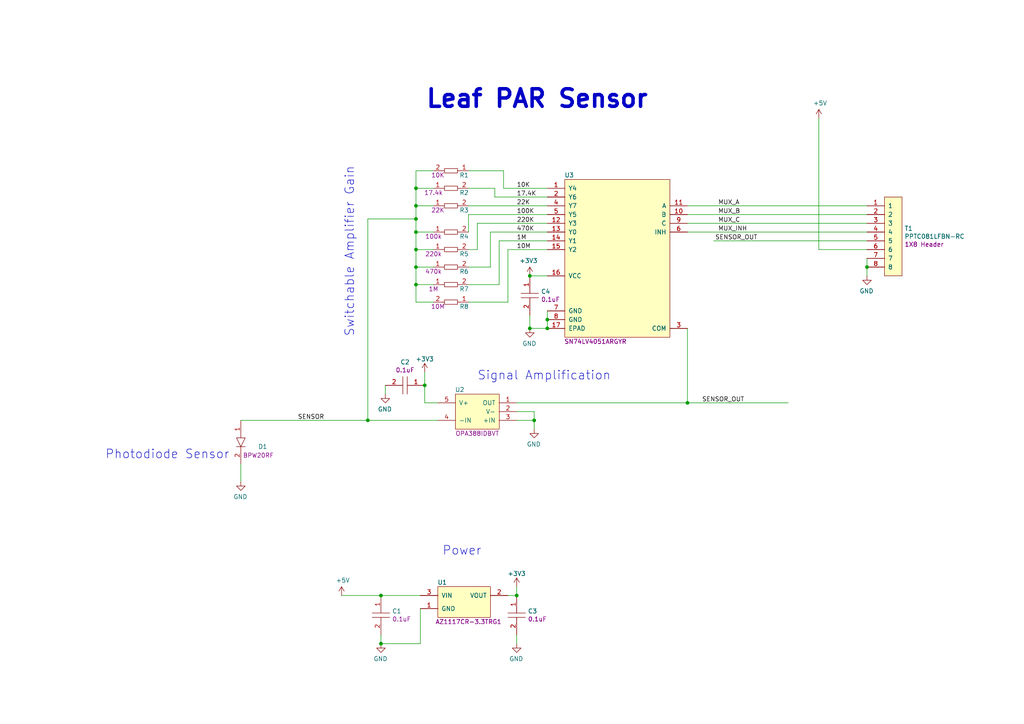
<source format=kicad_sch>
(kicad_sch (version 20231120) (generator "eeschema") (generator_version "8.0")
  (paper "A4")
  (lib_symbols
    (symbol "AVR-KiCAD-Lib-Capacitors:C0805C104M5RACTU" (pin_names (offset 1.016))
      (property "Reference" "C" (at -2.54 2.54 0))
      (property "_Value_" "0.1uF" (at 58.42 63.5 0))
      (symbol "C0805C104M5RACTU_1_1"
        (polyline (pts (xy 0 2.54) (xy 0 -2.54)))
        (polyline (pts (xy 1.27 2.54) (xy 1.27 -2.54)))
        (pin input line (at -5.08 0 0) (length 5.08) (name "~") (number "1"))
        (pin input line (at 6.35 0 180) (length 5.08) (name "~") (number "2"))
      )
    )
    (symbol "AVR-KiCAD-Lib-Capacitors:CGA3E2X7R1H104K080AA" (pin_names (offset 1.016))
      (property "Reference" "C" (at -2.54 2.54 0))
      (property "_Value_" "0.1uF" (at 58.42 63.5 0))
      (symbol "CGA3E2X7R1H104K080AA_1_1"
        (polyline (pts (xy 0 2.54) (xy 0 -2.54)))
        (polyline (pts (xy 1.27 2.54) (xy 1.27 -2.54)))
        (pin input line (at -5.08 0 0) (length 5.08) (name "~") (number "1"))
        (pin input line (at 6.35 0 180) (length 5.08) (name "~") (number "2"))
      )
    )
    (symbol "AVR-KiCAD-Lib-Capacitors:ECW-U1104JC9" (pin_names (offset 1.016))
      (property "Reference" "C" (at -2.54 2.54 0))
      (property "_Value_" "0.1uF" (at 58.42 63.5 0))
      (symbol "ECW-U1104JC9_1_1"
        (polyline (pts (xy 0 2.54) (xy 0 -2.54)))
        (polyline (pts (xy 1.27 2.54) (xy 1.27 -2.54)))
        (pin input line (at -5.08 0 0) (length 5.08) (name "~") (number "1"))
        (pin input line (at 6.35 0 180) (length 5.08) (name "~") (number "2"))
      )
    )
    (symbol "AVR-KiCAD-Lib-Connectors:PPTC081LFBN-RC" (pin_names (offset 1.016))
      (property "Reference" "J" (at -2.54 2.54 0))
      (property "Value" "PPTC081LFBN-RC" (at 8.89 -24.13 0))
      (property "_Value_" "1X8 Header" (at 5.08 -21.59 0))
      (symbol "PPTC081LFBN-RC_0_1"
        (rectangle (start 0 2.54) (end 5.08 -20.32) (fill (type background)))
      )
      (symbol "PPTC081LFBN-RC_1_1"
        (pin passive line (at -5.08 0 0) (length 5.08) (name "1") (number "1"))
        (pin passive line (at -5.08 -2.54 0) (length 5.08) (name "2") (number "2"))
        (pin passive line (at -5.08 -5.08 0) (length 5.08) (name "3") (number "3"))
        (pin passive line (at -5.08 -7.62 0) (length 5.08) (name "4") (number "4"))
        (pin passive line (at -5.08 -10.16 0) (length 5.08) (name "5") (number "5"))
        (pin passive line (at -5.08 -12.7 0) (length 5.08) (name "6") (number "6"))
        (pin passive line (at -5.08 -15.24 0) (length 5.08) (name "7") (number "7"))
        (pin passive line (at -5.08 -17.78 0) (length 5.08) (name "8") (number "8"))
      )
    )
    (symbol "AVR-KiCAD-Lib-Diodes:BPW20RF" (pin_names (offset 1.016))
      (property "Reference" "D" (at -2.54 2.54 0))
      (property "_Value_" "BPW20RF" (at 58.42 63.5 0))
      (symbol "BPW20RF_0_1"
        (polyline (pts (xy 1.27 -1.27) (xy 1.27 1.27)))
        (polyline (pts (xy -1.27 1.27) (xy -1.27 -1.27) (xy 1.27 0) (xy -1.27 1.27)))
      )
      (symbol "BPW20RF_1_1"
        (pin passive line (at -6.35 0 0) (length 5.08) (name "~") (number "1"))
        (pin passive line (at 6.35 0 180) (length 5.08) (name "~") (number "2"))
      )
    )
    (symbol "AVR-KiCAD-Lib-ICs:AZ1117CR-3.3TRG1" (pin_names (offset 1.016))
      (property "Reference" "U" (at 0 1.27 0))
      (property "_Value_" "AZ1117CR-3.3TRG1" (at 58.42 63.5 0))
      (symbol "AZ1117CR-3.3TRG1_1_1"
        (rectangle (start 0 0) (end 15.24 -8.89) (fill (type background)))
        (pin passive line (at -5.08 -6.35 0) (length 5.08) (name "GND") (number "1"))
        (pin power_out line (at 20.32 -2.54 180) (length 5.08) (name "VOUT") (number "2"))
        (pin power_in line (at -5.08 -2.54 0) (length 5.08) (name "VIN") (number "3"))
      )
    )
    (symbol "AVR-KiCAD-Lib-ICs:OPA388IDBVT" (pin_names (offset 1.016))
      (property "Reference" "U" (at 0 2.54 0))
      (property "_Value_" "OPA388IDBVT" (at 5.08 -12.7 0))
      (symbol "OPA388IDBVT_0_1"
        (rectangle (start 0 0) (end 12.7 -10.16) (fill (type background)))
      )
      (symbol "OPA388IDBVT_1_1"
        (pin output line (at -5.08 -2.54 0) (length 5.08) (name "OUT") (number "1"))
        (pin power_in line (at -5.08 -5.08 0) (length 5.08) (name "V-") (number "2"))
        (pin input line (at -5.08 -7.62 0) (length 5.08) (name "+IN") (number "3"))
        (pin input line (at 17.78 -7.62 180) (length 5.08) (name "-IN") (number "4"))
        (pin power_in line (at 17.78 -2.54 180) (length 5.08) (name "V+") (number "5"))
      )
    )
    (symbol "AVR-KiCAD-Lib-ICs:SN74LV4051ARGYR" (pin_names (offset 1.016))
      (property "Reference" "U" (at 0 0 0))
      (property "_Value_" "SN74LV4051ARGYR" (at 7.62 -48.26 0))
      (symbol "SN74LV4051ARGYR_0_1"
        (rectangle (start 0 0) (end 30.48 -45.72) (fill (type background)))
      )
      (symbol "SN74LV4051ARGYR_1_1"
        (pin bidirectional line (at 35.56 -2.54 180) (length 5.08) (name "Y4") (number "1"))
        (pin passive line (at -5.08 -10.16 0) (length 5.08) (name "B") (number "10"))
        (pin passive line (at -5.08 -7.62 0) (length 5.08) (name "A") (number "11"))
        (pin bidirectional line (at 35.56 -12.7 180) (length 5.08) (name "Y3") (number "12"))
        (pin bidirectional line (at 35.56 -15.24 180) (length 5.08) (name "Y0") (number "13"))
        (pin bidirectional line (at 35.56 -17.78 180) (length 5.08) (name "Y1") (number "14"))
        (pin bidirectional line (at 35.56 -20.32 180) (length 5.08) (name "Y2") (number "15"))
        (pin power_in line (at 35.56 -27.94 180) (length 5.08) (name "VCC") (number "16"))
        (pin passive line (at 35.56 -43.18 180) (length 5.08) (name "EPAD") (number "17"))
        (pin bidirectional line (at 35.56 -5.08 180) (length 5.08) (name "Y6") (number "2"))
        (pin input line (at -5.08 -43.18 0) (length 5.08) (name "COM") (number "3"))
        (pin bidirectional line (at 35.56 -7.62 180) (length 5.08) (name "Y7") (number "4"))
        (pin bidirectional line (at 35.56 -10.16 180) (length 5.08) (name "Y5") (number "5"))
        (pin input line (at -5.08 -15.24 0) (length 5.08) (name "INH") (number "6"))
        (pin passive line (at 35.56 -38.1 180) (length 5.08) (name "GND") (number "7"))
        (pin passive line (at 35.56 -40.64 180) (length 5.08) (name "GND") (number "8"))
        (pin passive line (at -5.08 -12.7 0) (length 5.08) (name "C") (number "9"))
      )
    )
    (symbol "AVR-KiCAD-Lib-Resistors:AC0402FR-07220KL" (pin_names (offset 1.016))
      (property "Reference" "R" (at -2.54 2.54 0))
      (property "Value" "AC0402FR-07220KL" (at 1.27 5.08 0))
      (property "_Value_" "220k" (at 58.42 63.5 0))
      (symbol "AC0402FR-07220KL_0_1"
        (rectangle (start -1.905 0.635) (end 1.905 -0.635))
        (polyline (pts (xy -2.54 0) (xy -1.905 0)))
        (polyline (pts (xy -1.905 0) (xy -1.905 0)))
        (polyline (pts (xy 1.905 0) (xy 1.905 0)))
        (polyline (pts (xy 2.54 0) (xy 1.905 0)))
      )
      (symbol "AC0402FR-07220KL_1_1"
        (pin passive line (at -5.08 0 0) (length 2.5146) (name "~") (number "1"))
        (pin passive line (at 5.08 0 180) (length 2.5146) (name "~") (number "2"))
      )
    )
    (symbol "AVR-KiCAD-Lib-Resistors:AC0402FR-07470KL" (pin_names (offset 1.016))
      (property "Reference" "R" (at -2.54 2.54 0))
      (property "Value" "AC0402FR-07470KL" (at 1.27 5.08 0))
      (property "_Value_" "470k" (at 58.42 63.5 0))
      (symbol "AC0402FR-07470KL_0_1"
        (rectangle (start -1.905 0.635) (end 1.905 -0.635))
        (polyline (pts (xy -2.54 0) (xy -1.905 0)))
        (polyline (pts (xy -1.905 0) (xy -1.905 0)))
        (polyline (pts (xy 1.905 0) (xy 1.905 0)))
        (polyline (pts (xy 2.54 0) (xy 1.905 0)))
      )
      (symbol "AC0402FR-07470KL_1_1"
        (pin passive line (at -5.08 0 0) (length 2.5146) (name "~") (number "1"))
        (pin passive line (at 5.08 0 180) (length 2.5146) (name "~") (number "2"))
      )
    )
    (symbol "AVR-KiCAD-Lib-Resistors:RC0402FR-07100KL" (pin_names (offset 1.016))
      (property "Reference" "R" (at -2.54 2.54 0))
      (property "Value" "RC0402FR-07100KL" (at 1.27 5.08 0))
      (property "_Value_" "100k" (at 58.42 63.5 0))
      (symbol "RC0402FR-07100KL_0_1"
        (rectangle (start -1.905 0.635) (end 1.905 -0.635))
        (polyline (pts (xy -2.54 0) (xy -1.905 0)))
        (polyline (pts (xy -1.905 0) (xy -1.905 0)))
        (polyline (pts (xy 1.905 0) (xy 1.905 0)))
        (polyline (pts (xy 2.54 0) (xy 1.905 0)))
      )
      (symbol "RC0402FR-07100KL_1_1"
        (pin passive line (at -5.08 0 0) (length 2.5146) (name "~") (number "1"))
        (pin passive line (at 5.08 0 180) (length 2.5146) (name "~") (number "2"))
      )
    )
    (symbol "AVR-KiCAD-Lib-Resistors:RC0402FR-0710KL" (pin_names (offset 1.016))
      (property "Reference" "R" (at -2.54 2.54 0))
      (property "Value" "RC0402FR-0710KL" (at 1.27 5.08 0))
      (property "_Value_" "10K" (at 58.42 63.5 0))
      (symbol "RC0402FR-0710KL_0_1"
        (rectangle (start -1.905 0.635) (end 1.905 -0.635))
        (polyline (pts (xy -2.54 0) (xy -1.905 0)))
        (polyline (pts (xy -1.905 0) (xy -1.905 0)))
        (polyline (pts (xy 1.905 0) (xy 1.905 0)))
        (polyline (pts (xy 2.54 0) (xy 1.905 0)))
      )
      (symbol "RC0402FR-0710KL_1_1"
        (pin passive line (at -5.08 0 0) (length 2.5146) (name "~") (number "1"))
        (pin passive line (at 5.08 0 180) (length 2.5146) (name "~") (number "2"))
      )
    )
    (symbol "AVR-KiCAD-Lib-Resistors:RC0402FR-0710ML" (pin_names (offset 1.016))
      (property "Reference" "R" (at -2.54 2.54 0))
      (property "Value" "RC0402FR-0710ML" (at 1.27 5.08 0))
      (property "_Value_" "10M" (at 58.42 63.5 0))
      (symbol "RC0402FR-0710ML_0_1"
        (rectangle (start -1.905 0.635) (end 1.905 -0.635))
        (polyline (pts (xy -2.54 0) (xy -1.905 0)))
        (polyline (pts (xy -1.905 0) (xy -1.905 0)))
        (polyline (pts (xy 1.905 0) (xy 1.905 0)))
        (polyline (pts (xy 2.54 0) (xy 1.905 0)))
      )
      (symbol "RC0402FR-0710ML_1_1"
        (pin passive line (at -5.08 0 0) (length 2.5146) (name "~") (number "1"))
        (pin passive line (at 5.08 0 180) (length 2.5146) (name "~") (number "2"))
      )
    )
    (symbol "AVR-KiCAD-Lib-Resistors:RC0402FR-0717K4L" (pin_names (offset 1.016))
      (property "Reference" "R" (at -2.54 2.54 0))
      (property "Value" "RC0402FR-0717K4L" (at 1.27 5.08 0))
      (property "_Value_" "17.4k" (at 58.42 63.5 0))
      (symbol "RC0402FR-0717K4L_0_1"
        (rectangle (start -1.905 0.635) (end 1.905 -0.635))
        (polyline (pts (xy -2.54 0) (xy -1.905 0)))
        (polyline (pts (xy -1.905 0) (xy -1.905 0)))
        (polyline (pts (xy 1.905 0) (xy 1.905 0)))
        (polyline (pts (xy 2.54 0) (xy 1.905 0)))
      )
      (symbol "RC0402FR-0717K4L_1_1"
        (pin passive line (at -5.08 0 0) (length 2.5146) (name "~") (number "1"))
        (pin passive line (at 5.08 0 180) (length 2.5146) (name "~") (number "2"))
      )
    )
    (symbol "AVR-KiCAD-Lib-Resistors:RC0402FR-071ML" (pin_names (offset 1.016))
      (property "Reference" "R" (at -2.54 2.54 0))
      (property "Value" "RC0402FR-071ML" (at 1.27 5.08 0))
      (property "_Value_" "1M" (at 58.42 63.5 0))
      (symbol "RC0402FR-071ML_0_1"
        (rectangle (start -1.905 0.635) (end 1.905 -0.635))
        (polyline (pts (xy -2.54 0) (xy -1.905 0)))
        (polyline (pts (xy -1.905 0) (xy -1.905 0)))
        (polyline (pts (xy 1.905 0) (xy 1.905 0)))
        (polyline (pts (xy 2.54 0) (xy 1.905 0)))
      )
      (symbol "RC0402FR-071ML_1_1"
        (pin passive line (at -5.08 0 0) (length 2.5146) (name "~") (number "1"))
        (pin passive line (at 5.08 0 180) (length 2.5146) (name "~") (number "2"))
      )
    )
    (symbol "AVR-KiCAD-Lib-Resistors:RT0402FRE0722KL" (pin_names (offset 1.016))
      (property "Reference" "R" (at -2.54 2.54 0))
      (property "Value" "RT0402FRE0722KL" (at 1.27 5.08 0))
      (property "_Value_" "22K" (at 58.42 63.5 0))
      (symbol "RT0402FRE0722KL_0_1"
        (rectangle (start -1.905 0.635) (end 1.905 -0.635))
        (polyline (pts (xy -2.54 0) (xy -1.905 0)))
        (polyline (pts (xy -1.905 0) (xy -1.905 0)))
        (polyline (pts (xy 1.905 0) (xy 1.905 0)))
        (polyline (pts (xy 2.54 0) (xy 1.905 0)))
      )
      (symbol "RT0402FRE0722KL_1_1"
        (pin passive line (at -5.08 0 0) (length 2.5146) (name "~") (number "1"))
        (pin passive line (at 5.08 0 180) (length 2.5146) (name "~") (number "2"))
      )
    )
    (symbol "Leaf-PAR-rescue:+3V3-power" (power) (pin_names (offset 0))
      (property "Value" "power_+3V3" (at 0 3.556 0))
      (symbol "+3V3-power_0_1"
        (polyline (pts (xy -0.762 1.27) (xy 0 2.54)))
        (polyline (pts (xy 0 0) (xy 0 2.54)))
        (polyline (pts (xy 0 2.54) (xy 0.762 1.27)))
      )
      (symbol "+3V3-power_1_1"
        (pin power_in line (at 0 0 90) (length 0) hide (name "+3V3") (number "1"))
      )
    )
    (symbol "Leaf-PAR-rescue:+5V-power" (power) (pin_names (offset 0))
      (property "Value" "power_+5V" (at 0 3.556 0))
      (symbol "+5V-power_0_1"
        (polyline (pts (xy -0.762 1.27) (xy 0 2.54)))
        (polyline (pts (xy 0 0) (xy 0 2.54)))
        (polyline (pts (xy 0 2.54) (xy 0.762 1.27)))
      )
      (symbol "+5V-power_1_1"
        (pin power_in line (at 0 0 90) (length 0) hide (name "+5V") (number "1"))
      )
    )
    (symbol "Leaf-PAR-rescue:GND-power" (power) (pin_names (offset 0))
      (property "Value" "power_GND" (at 0 -3.81 0))
      (symbol "GND-power_0_1"
        (polyline (pts (xy 0 0) (xy 0 -1.27) (xy 1.27 -1.27) (xy 0 -2.54) (xy -1.27 -1.27) (xy 0 -1.27)))
      )
      (symbol "GND-power_1_1"
        (pin power_in line (at 0 0 270) (length 0) hide (name "GND") (number "1"))
      )
    )
  )
  (junction (at 153.67 80.01))
  (junction (at 110.49 186.69))
  (junction (at 120.65 63.5))
  (junction (at 153.67 95.25))
  (junction (at 154.94 121.92))
  (junction (at 149.86 172.72))
  (junction (at 120.65 72.39))
  (junction (at 123.19 111.76))
  (junction (at 120.65 67.31))
  (junction (at 106.68 121.92))
  (junction (at 199.39 116.84))
  (junction (at 251.46 77.47))
  (junction (at 120.65 82.55))
  (junction (at 120.65 54.61))
  (junction (at 158.75 95.25))
  (junction (at 120.65 77.47))
  (junction (at 158.75 92.71))
  (junction (at 110.49 172.72))
  (junction (at 120.65 59.69))
  (wire (pts (xy 251.46 72.39) (xy 237.49 72.39)))
  (wire (pts (xy 251.46 77.47) (xy 251.46 80.01)))
  (wire (pts (xy 121.92 172.72) (xy 110.49 172.72)))
  (wire (pts (xy 121.92 176.53) (xy 121.92 186.69)))
  (wire (pts (xy 135.89 77.47) (xy 142.24 77.47)))
  (wire (pts (xy 120.65 63.5) (xy 120.65 67.31)))
  (wire (pts (xy 199.39 67.31) (xy 251.46 67.31)))
  (wire (pts (xy 111.76 111.76) (xy 111.76 114.3)))
  (wire (pts (xy 158.75 64.77) (xy 138.43 64.77)))
  (wire (pts (xy 125.73 54.61) (xy 120.65 54.61)))
  (wire (pts (xy 106.68 121.92) (xy 106.68 63.5)))
  (wire (pts (xy 135.89 59.69) (xy 158.75 59.69)))
  (wire (pts (xy 120.65 59.69) (xy 120.65 54.61)))
  (wire (pts (xy 146.05 49.53) (xy 146.05 54.61)))
  (wire (pts (xy 144.78 69.85) (xy 158.75 69.85)))
  (wire (pts (xy 135.89 49.53) (xy 146.05 49.53)))
  (wire (pts (xy 251.46 69.85) (xy 207.01 69.85)))
  (wire (pts (xy 143.51 57.15) (xy 143.51 54.61)))
  (wire (pts (xy 199.39 59.69) (xy 251.46 59.69)))
  (wire (pts (xy 120.65 54.61) (xy 120.65 49.53)))
  (wire (pts (xy 135.89 87.63) (xy 147.32 87.63)))
  (wire (pts (xy 149.86 116.84) (xy 199.39 116.84)))
  (wire (pts (xy 153.67 80.01) (xy 158.75 80.01)))
  (wire (pts (xy 110.49 184.15) (xy 110.49 186.69)))
  (wire (pts (xy 120.65 77.47) (xy 120.65 82.55)))
  (wire (pts (xy 127 116.84) (xy 123.19 116.84)))
  (wire (pts (xy 138.43 64.77) (xy 138.43 72.39)))
  (wire (pts (xy 199.39 95.25) (xy 199.39 116.84)))
  (wire (pts (xy 121.92 186.69) (xy 110.49 186.69)))
  (wire (pts (xy 149.86 184.15) (xy 149.86 186.69)))
  (wire (pts (xy 120.65 87.63) (xy 125.73 87.63)))
  (wire (pts (xy 153.67 91.44) (xy 153.67 95.25)))
  (wire (pts (xy 69.85 134.62) (xy 69.85 139.7)))
  (wire (pts (xy 106.68 63.5) (xy 120.65 63.5)))
  (wire (pts (xy 199.39 64.77) (xy 251.46 64.77)))
  (wire (pts (xy 120.65 67.31) (xy 120.65 72.39)))
  (wire (pts (xy 199.39 62.23) (xy 251.46 62.23)))
  (wire (pts (xy 158.75 62.23) (xy 135.89 62.23)))
  (wire (pts (xy 158.75 90.17) (xy 158.75 92.71)))
  (wire (pts (xy 237.49 34.29) (xy 237.49 72.39)))
  (wire (pts (xy 135.89 82.55) (xy 144.78 82.55)))
  (wire (pts (xy 135.89 62.23) (xy 135.89 67.31)))
  (wire (pts (xy 147.32 87.63) (xy 147.32 72.39)))
  (wire (pts (xy 149.86 121.92) (xy 154.94 121.92)))
  (wire (pts (xy 125.73 67.31) (xy 120.65 67.31)))
  (wire (pts (xy 199.39 116.84) (xy 228.6 116.84)))
  (wire (pts (xy 142.24 67.31) (xy 158.75 67.31)))
  (wire (pts (xy 125.73 72.39) (xy 120.65 72.39)))
  (wire (pts (xy 251.46 74.93) (xy 251.46 77.47)))
  (wire (pts (xy 106.68 121.92) (xy 69.85 121.92)))
  (wire (pts (xy 142.24 77.47) (xy 142.24 67.31)))
  (wire (pts (xy 123.19 111.76) (xy 123.19 107.95)))
  (wire (pts (xy 123.19 116.84) (xy 123.19 111.76)))
  (wire (pts (xy 120.65 63.5) (xy 120.65 59.69)))
  (wire (pts (xy 153.67 95.25) (xy 158.75 95.25)))
  (wire (pts (xy 158.75 92.71) (xy 158.75 95.25)))
  (wire (pts (xy 127 121.92) (xy 106.68 121.92)))
  (wire (pts (xy 154.94 121.92) (xy 154.94 124.46)))
  (wire (pts (xy 125.73 77.47) (xy 120.65 77.47)))
  (wire (pts (xy 125.73 49.53) (xy 120.65 49.53)))
  (wire (pts (xy 147.32 172.72) (xy 149.86 172.72)))
  (wire (pts (xy 120.65 72.39) (xy 120.65 77.47)))
  (wire (pts (xy 146.05 54.61) (xy 158.75 54.61)))
  (wire (pts (xy 149.86 170.18) (xy 149.86 172.72)))
  (wire (pts (xy 125.73 82.55) (xy 120.65 82.55)))
  (wire (pts (xy 144.78 82.55) (xy 144.78 69.85)))
  (wire (pts (xy 110.49 172.72) (xy 99.06 172.72)))
  (wire (pts (xy 147.32 72.39) (xy 158.75 72.39)))
  (wire (pts (xy 120.65 82.55) (xy 120.65 87.63)))
  (wire (pts (xy 149.86 119.38) (xy 154.94 119.38)))
  (wire (pts (xy 125.73 59.69) (xy 120.65 59.69)))
  (wire (pts (xy 138.43 72.39) (xy 135.89 72.39)))
  (wire (pts (xy 154.94 119.38) (xy 154.94 121.92)))
  (wire (pts (xy 143.51 54.61) (xy 135.89 54.61)))
  (wire (pts (xy 158.75 57.15) (xy 143.51 57.15)))
  (text "Leaf PAR Sensor" (at 123.19 31.75 0) (effects (font (size 5.08 5.08) (thickness 1.016) (bold yes)) (justify left bottom)))
  (text "Signal Amplification" (at 138.43 110.49 0) (effects (font (size 2.54 2.54)) (justify left bottom)))
  (text "Power" (at 128.27 161.29 0) (effects (font (size 2.54 2.54)) (justify left bottom)))
  (text "Switchable Amplifier Gain" (at 102.87 97.79 90) (effects (font (size 2.54 2.54)) (justify left bottom)))
  (text "Photodiode Sensor" (at 30.48 133.35 0) (effects (font (size 2.54 2.54)) (justify left bottom)))
  (label "22K" (at 149.86 59.69 0))
  (label "MUX_C" (at 208.28 64.77 0))
  (label "SENSOR_OUT" (at 215.9 116.84 180))
  (label "MUX_A" (at 208.28 59.69 0))
  (label "470K" (at 149.86 67.31 0))
  (label "SENSOR" (at 86.36 121.92 0))
  (label "10K" (at 149.86 54.61 0))
  (label "100K" (at 149.86 62.23 0))
  (label "MUX_INH" (at 208.28 67.31 0))
  (label "MUX_B" (at 208.28 62.23 0))
  (label "220K" (at 149.86 64.77 0))
  (label "1M" (at 149.86 69.85 0))
  (label "17.4K" (at 149.86 57.15 0))
  (label "10M" (at 149.86 72.39 0))
  (label "SENSOR_OUT" (at 219.71 69.85 180))
  (symbol (lib_id "Leaf-PAR-rescue:+3V3-power") (at 123.19 107.95 0) (mirror y) (unit 1)
    (property "Reference" "#PWR0101" (effects (hide yes)))
    (property "Value" "+3V3" (at 123.19 104.14 0))
  )
  (symbol (lib_id "Leaf-PAR-rescue:GND-power") (at 154.94 124.46 0) (mirror y) (unit 1)
    (property "Reference" "#PWR0102" (effects (hide yes)))
    (property "Value" "GND" (at 154.813 128.8542 0))
  )
  (symbol (lib_id "AVR-KiCAD-Lib-Capacitors:ECW-U1104JC9") (at 118.11 111.76 0) (mirror y) (unit 1)
    (property "Reference" "C2" (at 117.475 105.029 0))
    (property "Value" "ECW-U1104JC9" (effects (hide yes)))
    (property "Footprint" "AVR-KiCAD-Lib-Capacitors:ECW-U1104JC9" (effects (hide yes)))
    (property "Datasheet" "http://industrial.panasonic.com/www-cgi/jvcr13pz.cgi?E+PZ+3+ABD0001+ECWU1104JC9+7+WW" (effects (hide yes)))
    (property "Cost QTY: 1" "1.35000" (effects (hide yes)))
    (property "Cost QTY: 1000" "0.53406" (effects (hide yes)))
    (property "Cost QTY: 2500" "*" (effects (hide yes)))
    (property "Cost QTY: 5000" "*" (effects (hide yes)))
    (property "Cost QTY: 10000" "*" (effects (hide yes)))
    (property "MFR" "Panasonic Electronic Components" (effects (hide yes)))
    (property "MFR#" "ECW-U1104JC9" (effects (hide yes)))
    (property "Vendor" "Digikey" (effects (hide yes)))
    (property "Vendor #" "PCF1220CT-ND" (effects (hide yes)))
    (property "Designer" "AVR" (effects (hide yes)))
    (property "Height" "2mm" (effects (hide yes)))
    (property "Date Created" "4/25/2019" (effects (hide yes)))
    (property "Date Modified" "4/25/2019" (effects (hide yes)))
    (property "Lead-Free ?" "Yes" (effects (hide yes)))
    (property "RoHS Levels" "1" (effects (hide yes)))
    (property "Mounting" "SMT" (effects (hide yes)))
    (property "Pin Count #" "2" (effects (hide yes)))
    (property "Status" "Active" (effects (hide yes)))
    (property "Tolerance" "5%" (effects (hide yes)))
    (property "Type" "SMT Film Cap" (effects (hide yes)))
    (property "Voltage" "100V" (effects (hide yes)))
    (property "Package" "2416" (effects (hide yes)))
    (property "Description" "CAP FILM 0.1UF 5% 100VDC 2416" (effects (hide yes)))
    (property "_Value_" "0.1uF" (at 117.475 107.3404 0))
    (property "Management_ID" "*" (effects (hide yes)))
  )
  (symbol (lib_id "AVR-KiCAD-Lib-Connectors:PPTC081LFBN-RC") (at 256.54 59.69 0) (unit 1)
    (property "Reference" "T1" (at 262.3312 66.2686 0) (effects (justify left)))
    (property "Value" "PPTC081LFBN-RC" (at 262.3312 68.58 0) (effects (justify left)))
    (property "Footprint" "AVR-KiCAD-Lib-Connectors:Female_Header_Straight_1x08_Pitch2.54mm" (effects (hide yes)))
    (property "Datasheet" "https://media.digikey.com/pdf/Data%20Sheets/Sullins%20PDFs/Female_Headers.100_DS.pdf" (effects (hide yes)))
    (property "Cost QTY: 1" "0.65000" (effects (hide yes)))
    (property "Cost QTY: 1000" "0.33413" (effects (hide yes)))
    (property "Cost QTY: 2500" "*" (effects (hide yes)))
    (property "Cost QTY: 5000" "0.29363" (effects (hide yes)))
    (property "Cost QTY: 10000" "0.29250" (effects (hide yes)))
    (property "MFR" "Sullins Connector Solutions" (effects (hide yes)))
    (property "MFR#" "PPTC081LFBN-RC" (effects (hide yes)))
    (property "Vendor" "Digikey" (effects (hide yes)))
    (property "Vendor #" "S7006-ND" (effects (hide yes)))
    (property "Designer" "AVR" (effects (hide yes)))
    (property "Height" "8.5mm" (effects (hide yes)))
    (property "Date Created" "5/14/2020" (effects (hide yes)))
    (property "Date Modified" "5/14/2020" (effects (hide yes)))
    (property "Lead-Free ?" "Yes" (effects (hide yes)))
    (property "RoHS Levels" "1" (effects (hide yes)))
    (property "Mounting" "ThroughHole" (effects (hide yes)))
    (property "Pin Count #" "8" (effects (hide yes)))
    (property "Status" "Active" (effects (hide yes)))
    (property "Tolerance" "*" (effects (hide yes)))
    (property "Type" "2.54mm Header Female" (effects (hide yes)))
    (property "Voltage" "250V" (effects (hide yes)))
    (property "Package" "*" (effects (hide yes)))
    (property "Description" "8 Position Header Connector  Through Hole" (effects (hide yes)))
    (property "_Value_" "1X8 Header" (at 262.3312 70.8914 0) (effects (justify left)))
    (property "Management_ID" "*" (effects (hide yes)))
  )
  (symbol (lib_id "Leaf-PAR-rescue:GND-power") (at 111.76 114.3 0) (mirror y) (unit 1)
    (property "Reference" "#PWR0104" (effects (hide yes)))
    (property "Value" "GND" (at 111.633 118.6942 0))
  )
  (symbol (lib_id "Leaf-PAR-rescue:+5V-power") (at 237.49 34.29 0) (unit 1)
    (property "Reference" "#PWR0111" (effects (hide yes)))
    (property "Value" "+5V" (at 237.871 29.8958 0))
  )
  (symbol (lib_id "Leaf-PAR-rescue:GND-power") (at 251.46 80.01 0) (mirror y) (unit 1)
    (property "Reference" "#PWR0112" (effects (hide yes)))
    (property "Value" "GND" (at 251.333 84.4042 0))
  )
  (symbol (lib_id "AVR-KiCAD-Lib-Resistors:RC0402FR-0710KL") (at 130.81 49.53 0) (mirror y) (unit 1)
    (property "Reference" "R1" (at 134.62 50.8 0))
    (property "Value" "RC0402FR-0710KL" (effects (hide yes)))
    (property "Footprint" "AVR-KiCAD-Lib-Resistors:R0402" (effects (hide yes)))
    (property "Datasheet" "https://www.yageo.com/upload/media/product/productsearch/datasheet/rchip/PYu-RC_Group_51_RoHS_L_10.pdf" (effects (hide yes)))
    (property "Cost QTY: 1" "0.10000" (effects (hide yes)))
    (property "Cost QTY: 1000" "0.00289" (effects (hide yes)))
    (property "Cost QTY: 2500" "0.00251" (effects (hide yes)))
    (property "Cost QTY: 5000" "0.00207" (effects (hide yes)))
    (property "Cost QTY: 10000" "*" (effects (hide yes)))
    (property "MFR" "Yageo" (effects (hide yes)))
    (property "MFR#" "RC0402FR-0710KL" (effects (hide yes)))
    (property "Vendor" "Digikey" (effects (hide yes)))
    (property "Vendor #" "311-10.0KLRCT-ND" (effects (hide yes)))
    (property "Designer" "AVR" (effects (hide yes)))
    (property "Height" "0.4mm" (effects (hide yes)))
    (property "Date Created" "12/11/2019" (effects (hide yes)))
    (property "Date Modified" "12/11/2019" (effects (hide yes)))
    (property "Lead-Free ?" "Yes" (effects (hide yes)))
    (property "RoHS Levels" "1" (effects (hide yes)))
    (property "Mounting" "SMT" (effects (hide yes)))
    (property "Pin Count #" "2" (effects (hide yes)))
    (property "Status" "Active" (effects (hide yes)))
    (property "Tolerance" "1%" (effects (hide yes)))
    (property "Type" "Thick FIlm Resistor" (effects (hide yes)))
    (property "Voltage" "*" (effects (hide yes)))
    (property "Package" "0402" (effects (hide yes)))
    (property "_Value_" "10K" (at 127 50.8 0))
    (property "Management_ID" "*" (effects (hide yes)))
    (property "Description" "10 kOhms ±1% 0.063W, 1/16W Chip Resistor 0402 (1005 Metric) Moisture Resistant Thick Film" (effects (hide yes)))
  )
  (symbol (lib_id "AVR-KiCAD-Lib-Capacitors:C0805C104M5RACTU") (at 149.86 177.8 270) (unit 1)
    (property "Reference" "C3" (at 153.1112 177.2666 90) (effects (justify left)))
    (property "Value" "C0805C104M5RACTU" (effects (hide yes)))
    (property "Footprint" "AVR-KiCAD-Lib-Capacitors:C0805" (effects (hide yes)))
    (property "Datasheet" "https://content.kemet.com/datasheets/KEM_C1002_X7R_SMD.pdf" (effects (hide yes)))
    (property "Cost QTY: 1" "0.10000" (effects (hide yes)))
    (property "Cost QTY: 1000" "0.01845" (effects (hide yes)))
    (property "Cost QTY: 2500" "*" (effects (hide yes)))
    (property "Cost QTY: 5000" "0.01341" (effects (hide yes)))
    (property "Cost QTY: 10000" "0.01224" (effects (hide yes)))
    (property "MFR" "KEMET" (effects (hide yes)))
    (property "MFR#" "C0805C104M5RACTU" (effects (hide yes)))
    (property "Vendor" "Digikey" (effects (hide yes)))
    (property "Vendor #" "399-1169-1-ND" (effects (hide yes)))
    (property "Designer" "AVR" (effects (hide yes)))
    (property "Height" "0.88mm" (effects (hide yes)))
    (property "Date Created" "4/7/2020" (effects (hide yes)))
    (property "Date Modified" "4/7/2020" (effects (hide yes)))
    (property "Lead-Free ?" "Yes" (effects (hide yes)))
    (property "RoHS Levels" "1" (effects (hide yes)))
    (property "Mounting" "SMT" (effects (hide yes)))
    (property "Pin Count #" "2" (effects (hide yes)))
    (property "Status" "Active" (effects (hide yes)))
    (property "Tolerance" "20%" (effects (hide yes)))
    (property "Type" "Ceramic Cap" (effects (hide yes)))
    (property "Voltage" "50V" (effects (hide yes)))
    (property "Package" "0805" (effects (hide yes)))
    (property "Description" "0.1µF ±20% 50V Ceramic Capacitor X7R 0805 (2012 Metric)" (effects (hide yes)))
    (property "_Value_" "0.1uF" (at 153.1112 179.578 90) (effects (justify left)))
    (property "Management_ID" "*" (effects (hide yes)))
  )
  (symbol (lib_id "AVR-KiCAD-Lib-Capacitors:C0805C104M5RACTU") (at 153.67 85.09 270) (unit 1)
    (property "Reference" "C4" (at 156.9212 84.5566 90) (effects (justify left)))
    (property "Value" "C0805C104M5RACTU" (effects (hide yes)))
    (property "Footprint" "AVR-KiCAD-Lib-Capacitors:C0805" (effects (hide yes)))
    (property "Datasheet" "https://content.kemet.com/datasheets/KEM_C1002_X7R_SMD.pdf" (effects (hide yes)))
    (property "Cost QTY: 1" "0.10000" (effects (hide yes)))
    (property "Cost QTY: 1000" "0.01845" (effects (hide yes)))
    (property "Cost QTY: 2500" "*" (effects (hide yes)))
    (property "Cost QTY: 5000" "0.01341" (effects (hide yes)))
    (property "Cost QTY: 10000" "0.01224" (effects (hide yes)))
    (property "MFR" "KEMET" (effects (hide yes)))
    (property "MFR#" "C0805C104M5RACTU" (effects (hide yes)))
    (property "Vendor" "Digikey" (effects (hide yes)))
    (property "Vendor #" "399-1169-1-ND" (effects (hide yes)))
    (property "Designer" "AVR" (effects (hide yes)))
    (property "Height" "0.88mm" (effects (hide yes)))
    (property "Date Created" "4/7/2020" (effects (hide yes)))
    (property "Date Modified" "4/7/2020" (effects (hide yes)))
    (property "Lead-Free ?" "Yes" (effects (hide yes)))
    (property "RoHS Levels" "1" (effects (hide yes)))
    (property "Mounting" "SMT" (effects (hide yes)))
    (property "Pin Count #" "2" (effects (hide yes)))
    (property "Status" "Active" (effects (hide yes)))
    (property "Tolerance" "20%" (effects (hide yes)))
    (property "Type" "Ceramic Cap" (effects (hide yes)))
    (property "Voltage" "50V" (effects (hide yes)))
    (property "Package" "0805" (effects (hide yes)))
    (property "Description" "0.1µF ±20% 50V Ceramic Capacitor X7R 0805 (2012 Metric)" (effects (hide yes)))
    (property "_Value_" "0.1uF" (at 156.9212 86.868 90) (effects (justify left)))
    (property "Management_ID" "*" (effects (hide yes)))
  )
  (symbol (lib_id "AVR-KiCAD-Lib-Resistors:RT0402FRE0722KL") (at 130.81 59.69 0) (unit 1)
    (property "Reference" "R3" (at 134.62 60.96 0))
    (property "Value" "RT0402FRE0722KL" (effects (hide yes)))
    (property "Footprint" "AVR-KiCAD-Lib-Resistors:R0402" (effects (hide yes)))
    (property "Datasheet" "https://www.yageo.com/upload/media/product/productsearch/datasheet/rchip/PYu-RT_1-to-0.01_RoHS_L_12.pdf" (effects (hide yes)))
    (property "Cost QTY: 1" "0.10000" (effects (hide yes)))
    (property "Cost QTY: 1000" "0.01272" (effects (hide yes)))
    (property "Cost QTY: 2500" "0.01104" (effects (hide yes)))
    (property "Cost QTY: 5000" "0.00912" (effects (hide yes)))
    (property "Cost QTY: 10000" "0.00792" (effects (hide yes)))
    (property "MFR" "Yageo" (effects (hide yes)))
    (property "MFR#" "RT0402FRE0722KL" (effects (hide yes)))
    (property "Vendor" "Digikey" (effects (hide yes)))
    (property "Vendor #" "YAG5931CT-ND" (effects (hide yes)))
    (property "Designer" "AVR" (effects (hide yes)))
    (property "Height" "0.35mm" (effects (hide yes)))
    (property "Date Created" "2/26/2021" (effects (hide yes)))
    (property "Date Modified" "2/26/2021" (effects (hide yes)))
    (property "Lead-Free ?" "Yes" (effects (hide yes)))
    (property "RoHS Levels" "1" (effects (hide yes)))
    (property "Mounting" "SMT" (effects (hide yes)))
    (property "Pin Count #" "2" (effects (hide yes)))
    (property "Status" "Active" (effects (hide yes)))
    (property "Tolerance" "1%" (effects (hide yes)))
    (property "Type" "Chip Resistor" (effects (hide yes)))
    (property "Voltage" "*" (effects (hide yes)))
    (property "Package" "0402" (effects (hide yes)))
    (property "_Value_" "22K" (at 127 60.96 0))
    (property "Management_ID" "*" (effects (hide yes)))
    (property "Description" "22 kOhms ±1% 0.063W, 1/16W Chip Resistor 0402 (1005 Metric)  Thin Film" (effects (hide yes)))
  )
  (symbol (lib_id "AVR-KiCAD-Lib-Resistors:RC0402FR-0717K4L") (at 130.81 54.61 0) (unit 1)
    (property "Reference" "R2" (at 134.62 55.88 0))
    (property "Value" "RC0402FR-0717K4L" (effects (hide yes)))
    (property "Footprint" "AVR-KiCAD-Lib-Resistors:R0402" (effects (hide yes)))
    (property "Datasheet" "https://www.yageo.com/upload/media/product/productsearch/datasheet/rchip/PYu-RC_Group_51_RoHS_L_11.pdf" (effects (hide yes)))
    (property "Cost QTY: 1" "0.10000" (effects (hide yes)))
    (property "Cost QTY: 1000" "0.00286" (effects (hide yes)))
    (property "Cost QTY: 2500" "0.00248" (effects (hide yes)))
    (property "Cost QTY: 5000" "0.00205" (effects (hide yes)))
    (property "Cost QTY: 10000" "0.00178" (effects (hide yes)))
    (property "MFR" "Yageo" (effects (hide yes)))
    (property "MFR#" "RC0402FR-0717K4L" (effects (hide yes)))
    (property "Vendor" "Digikey" (effects (hide yes)))
    (property "Vendor #" "311-17.4KLRCT-ND" (effects (hide yes)))
    (property "Designer" "AVR" (effects (hide yes)))
    (property "Height" "0.35mm" (effects (hide yes)))
    (property "Date Created" "2/26/2021" (effects (hide yes)))
    (property "Date Modified" "2/26/2021" (effects (hide yes)))
    (property "Lead-Free ?" "Yes" (effects (hide yes)))
    (property "RoHS Levels" "1" (effects (hide yes)))
    (property "Mounting" "SMT" (effects (hide yes)))
    (property "Pin Count #" "2" (effects (hide yes)))
    (property "Status" "Active" (effects (hide yes)))
    (property "Tolerance" "1%" (effects (hide yes)))
    (property "Type" "Chip Resistor" (effects (hide yes)))
    (property "Voltage" "*" (effects (hide yes)))
    (property "Package" "0402" (effects (hide yes)))
    (property "_Value_" "17.4k" (at 125.73 55.88 0))
    (property "Management_ID" "*" (effects (hide yes)))
    (property "Description" "17.4 kOhms ±1% 0.063W, 1/16W Chip Resistor 0402 (1005 Metric) Moisture Resistant Thick Film" (effects (hide yes)))
  )
  (symbol (lib_id "AVR-KiCAD-Lib-Resistors:RC0402FR-07100KL") (at 130.81 67.31 0) (unit 1)
    (property "Reference" "R4" (at 134.62 68.58 0))
    (property "Value" "RC0402FR-07100KL" (effects (hide yes)))
    (property "Footprint" "AVR-KiCAD-Lib-Resistors:R0402" (effects (hide yes)))
    (property "Datasheet" "https://www.yageo.com/upload/media/product/productsearch/datasheet/rchip/PYu-RC_Group_51_RoHS_L_11.pdf" (effects (hide yes)))
    (property "Cost QTY: 1" "0.10000" (effects (hide yes)))
    (property "Cost QTY: 1000" "0.00286" (effects (hide yes)))
    (property "Cost QTY: 2500" "0.00248" (effects (hide yes)))
    (property "Cost QTY: 5000" "0.00205" (effects (hide yes)))
    (property "Cost QTY: 10000" "0.00178" (effects (hide yes)))
    (property "MFR" "Yageo" (effects (hide yes)))
    (property "MFR#" "RC0402FR-07100KL" (effects (hide yes)))
    (property "Vendor" "Digikey" (effects (hide yes)))
    (property "Vendor #" "311-100KLRCT-ND" (effects (hide yes)))
    (property "Designer" "AVR" (effects (hide yes)))
    (property "Height" "0.35mm" (effects (hide yes)))
    (property "Date Created" "2/26/2021" (effects (hide yes)))
    (property "Date Modified" "2/26/2021" (effects (hide yes)))
    (property "Lead-Free ?" "Yes" (effects (hide yes)))
    (property "RoHS Levels" "1" (effects (hide yes)))
    (property "Mounting" "SMT" (effects (hide yes)))
    (property "Pin Count #" "2" (effects (hide yes)))
    (property "Status" "Active" (effects (hide yes)))
    (property "Tolerance" "1%" (effects (hide yes)))
    (property "Type" "Chip Resistor" (effects (hide yes)))
    (property "Voltage" "*" (effects (hide yes)))
    (property "Package" "0402" (effects (hide yes)))
    (property "_Value_" "100k" (at 125.73 68.58 0))
    (property "Management_ID" "*" (effects (hide yes)))
    (property "Description" "100 kOhms ±1% 0.063W, 1/16W Chip Resistor 0402 (1005 Metric) Moisture Resistant Thick Film" (effects (hide yes)))
  )
  (symbol (lib_id "AVR-KiCAD-Lib-Resistors:AC0402FR-07220KL") (at 130.81 72.39 0) (unit 1)
    (property "Reference" "R5" (at 134.62 73.66 0))
    (property "Value" "AC0402FR-07220KL" (effects (hide yes)))
    (property "Footprint" "AVR-KiCAD-Lib-Resistors:R0402" (effects (hide yes)))
    (property "Datasheet" "https://www.yageo.com/upload/media/product/productsearch/datasheet/rchip/PYu-AC_51_RoHS_L_7.pdf" (effects (hide yes)))
    (property "Cost QTY: 1" "0.10000" (effects (hide yes)))
    (property "Cost QTY: 1000" "0.00385" (effects (hide yes)))
    (property "Cost QTY: 2500" "0.00334" (effects (hide yes)))
    (property "Cost QTY: 5000" "0.00276" (effects (hide yes)))
    (property "Cost QTY: 10000" "0.00240" (effects (hide yes)))
    (property "MFR" "Yageo" (effects (hide yes)))
    (property "MFR#" "AC0402FR-07220KL" (effects (hide yes)))
    (property "Vendor" "Digikey" (effects (hide yes)))
    (property "Vendor #" "311-220KLBCT-ND" (effects (hide yes)))
    (property "Designer" "AVR" (effects (hide yes)))
    (property "Height" "0.35mm" (effects (hide yes)))
    (property "Date Created" "2/26/2021" (effects (hide yes)))
    (property "Date Modified" "2/26/2021" (effects (hide yes)))
    (property "Lead-Free ?" "Yes" (effects (hide yes)))
    (property "RoHS Levels" "1" (effects (hide yes)))
    (property "Mounting" "SMT" (effects (hide yes)))
    (property "Pin Count #" "2" (effects (hide yes)))
    (property "Status" "Active" (effects (hide yes)))
    (property "Tolerance" "1%" (effects (hide yes)))
    (property "Type" "Chip Resistor" (effects (hide yes)))
    (property "Voltage" "*" (effects (hide yes)))
    (property "Package" "0402" (effects (hide yes)))
    (property "_Value_" "220k" (at 125.73 73.66 0))
    (property "Management_ID" "*" (effects (hide yes)))
    (property "Description" "220 kOhms ±1% 0.063W, 1/16W Chip Resistor 0402 (1005 Metric) Automotive AEC-Q200, Moisture Resistant Thick Film" (effects (hide yes)))
  )
  (symbol (lib_id "AVR-KiCAD-Lib-Resistors:AC0402FR-07470KL") (at 130.81 77.47 0) (unit 1)
    (property "Reference" "R6" (at 134.62 78.74 0))
    (property "Value" "AC0402FR-07470KL" (effects (hide yes)))
    (property "Footprint" "AVR-KiCAD-Lib-Resistors:R0402" (effects (hide yes)))
    (property "Datasheet" "https://www.yageo.com/upload/media/product/productsearch/datasheet/rchip/PYu-AC_51_RoHS_L_7.pdf" (effects (hide yes)))
    (property "Cost QTY: 1" "0.10000" (effects (hide yes)))
    (property "Cost QTY: 1000" "0.00385" (effects (hide yes)))
    (property "Cost QTY: 2500" "0.00334" (effects (hide yes)))
    (property "Cost QTY: 5000" "0.00276" (effects (hide yes)))
    (property "Cost QTY: 10000" "0.00240" (effects (hide yes)))
    (property "MFR" "Yageo" (effects (hide yes)))
    (property "MFR#" "AC0402FR-07470KL" (effects (hide yes)))
    (property "Vendor" "Digikey" (effects (hide yes)))
    (property "Vendor #" "YAG3488CT-ND" (effects (hide yes)))
    (property "Designer" "AVR" (effects (hide yes)))
    (property "Height" "0.35mm" (effects (hide yes)))
    (property "Date Created" "2/26/2021" (effects (hide yes)))
    (property "Date Modified" "2/26/2021" (effects (hide yes)))
    (property "Lead-Free ?" "Yes" (effects (hide yes)))
    (property "RoHS Levels" "1" (effects (hide yes)))
    (property "Mounting" "SMT" (effects (hide yes)))
    (property "Pin Count #" "2" (effects (hide yes)))
    (property "Status" "Active" (effects (hide yes)))
    (property "Tolerance" "1%" (effects (hide yes)))
    (property "Type" "Chip Resistor" (effects (hide yes)))
    (property "Voltage" "*" (effects (hide yes)))
    (property "Package" "0402" (effects (hide yes)))
    (property "_Value_" "470k" (at 125.73 78.74 0))
    (property "Management_ID" "*" (effects (hide yes)))
    (property "Description" "470 kOhms ±1% 0.063W, 1/16W Chip Resistor 0402 (1005 Metric) Automotive AEC-Q200, Moisture Resistant Thick Film" (effects (hide yes)))
  )
  (symbol (lib_id "AVR-KiCAD-Lib-ICs:OPA388IDBVT") (at 144.78 114.3 0) (mirror y) (unit 1)
    (property "Reference" "U2" (at 133.35 113.03 0))
    (property "Value" "OPA388IDBVT" (effects (hide yes)))
    (property "Footprint" "AVR-KiCAD-Lib-ICs:SOT-23-5" (effects (hide yes)))
    (property "Datasheet" "https://www.ti.com/lit/ds/symlink/opa388.pdf?HQS=dis-dk-null-digikeymode-dsf-pf-null-wwe&ts=1614306952770" (effects (hide yes)))
    (property "Cost QTY: 1" "3.10000" (effects (hide yes)))
    (property "Cost QTY: 1000" "1.41955" (effects (hide yes)))
    (property "Cost QTY: 2500" "*" (effects (hide yes)))
    (property "Cost QTY: 5000" "*" (effects (hide yes)))
    (property "Cost QTY: 10000" "*" (effects (hide yes)))
    (property "MFR" "Texas Instruments" (effects (hide yes)))
    (property "MFR#" "OPA388IDBVT" (effects (hide yes)))
    (property "Vendor" "Digikey" (effects (hide yes)))
    (property "Vendor #" "296-53471-1-ND" (effects (hide yes)))
    (property "Designer" "AVR" (effects (hide yes)))
    (property "Height" "1.1mm" (effects (hide yes)))
    (property "Date Created" "2/26/2021" (effects (hide yes)))
    (property "Date Modified" "2/26/2021" (effects (hide yes)))
    (property "Lead-Free ?" "Yes" (effects (hide yes)))
    (property "RoHS Levels" "1" (effects (hide yes)))
    (property "Mounting" "SMT" (effects (hide yes)))
    (property "Pin Count #" "5" (effects (hide yes)))
    (property "Status" "Active" (effects (hide yes)))
    (property "Tolerance" "*" (effects (hide yes)))
    (property "Type" "OpAmp" (effects (hide yes)))
    (property "Voltage" "2.5V ~ 5.5V, ±1.25V ~ 2.75V" (effects (hide yes)))
    (property "Package" "SOT23-5" (effects (hide yes)))
    (property "Description" "IC OPAMP ZER-DRIFT 1CIRC SOT23-5" (effects (hide yes)))
    (property "_Value_" "OPA388IDBVT" (at 138.43 125.73 0))
    (property "Management_ID" "*" (effects (hide yes)))
  )
  (symbol (lib_id "AVR-KiCAD-Lib-Diodes:BPW20RF") (at 69.85 128.27 270) (unit 1)
    (property "Reference" "D1" (at 76.2 129.54 90))
    (property "Value" "BPW20RF" (effects (hide yes)))
    (property "Footprint" "AVR-KiCAD-Lib-Diodes:BPW20RF" (effects (hide yes)))
    (property "Datasheet" "https://www.vishay.com/docs/81570/bpw20rf.pdf" (effects (hide yes)))
    (property "Cost QTY: 1" "5.90000" (effects (hide yes)))
    (property "Cost QTY: 1000" "3.11640" (effects (hide yes)))
    (property "Cost QTY: 2500" "*" (effects (hide yes)))
    (property "Cost QTY: 5000" "2.94000" (effects (hide yes)))
    (property "Cost QTY: 10000" "*" (effects (hide yes)))
    (property "MFR" "Vishay Semiconductor Opto Division" (effects (hide yes)))
    (property "MFR#" "2.94000" (effects (hide yes)))
    (property "Vendor" "Digikey" (effects (hide yes)))
    (property "Vendor #" "751-1012-ND" (effects (hide yes)))
    (property "Designer" "AVR" (effects (hide yes)))
    (property "Height" "3.1mm" (effects (hide yes)))
    (property "Date Created" "2/26/2021" (effects (hide yes)))
    (property "Date Modified" "2/26/2021" (effects (hide yes)))
    (property "Lead-Free ?" "Yes" (effects (hide yes)))
    (property "RoHS Levels" "1" (effects (hide yes)))
    (property "Mounting" "ThroughHole" (effects (hide yes)))
    (property "Pin Count #" "2" (effects (hide yes)))
    (property "Status" "Active" (effects (hide yes)))
    (property "Tolerance" "*" (effects (hide yes)))
    (property "Type" "PhotoDiode" (effects (hide yes)))
    (property "Voltage" "10V" (effects (hide yes)))
    (property "Package" "Radial, Lensed Metal Can, 2 Lead" (effects (hide yes)))
    (property "Description" "Photodiode 920nm  100° Radial, Lensed Metal Can, 2 Lead" (effects (hide yes)))
    (property "_Value_" "BPW20RF" (at 74.93 132.08 90))
    (property "Management_ID" "*" (effects (hide yes)))
  )
  (symbol (lib_id "AVR-KiCAD-Lib-ICs:SN74LV4051ARGYR") (at 194.31 52.07 0) (mirror y) (unit 1)
    (property "Reference" "U3" (at 165.1 50.8 0))
    (property "Value" "SN74LV4051ARGYR" (effects (hide yes)))
    (property "Footprint" "AVR-KiCAD-Lib-ICs:SN74LV4051ARGYR" (effects (hide yes)))
    (property "Datasheet" "https://www.ti.com/lit/ds/symlink/sn74lv4051a.pdf?HQS=dis-dk-null-digikeymode-dsf-pf-null-wwe&ts=1614317166680" (effects (hide yes)))
    (property "Cost QTY: 1" "0.58" (effects (hide yes)))
    (property "Cost QTY: 1000" "0.239" (effects (hide yes)))
    (property "Cost QTY: 2500" "*" (effects (hide yes)))
    (property "Cost QTY: 5000" "*" (effects (hide yes)))
    (property "Cost QTY: 10000" "*" (effects (hide yes)))
    (property "MFR" "Texas Instruments" (effects (hide yes)))
    (property "MFR#" "SN74LV4051ARGYR" (effects (hide yes)))
    (property "Vendor" "Mouser" (effects (hide yes)))
    (property "Vendor #" "595-SN74LV4051ARGYR" (effects (hide yes)))
    (property "Designer" "AVR" (effects (hide yes)))
    (property "Height" "1mm" (effects (hide yes)))
    (property "Date Created" "2/26/2021" (effects (hide yes)))
    (property "Date Modified" "2/26/2021" (effects (hide yes)))
    (property "Lead-Free ?" "Yes" (effects (hide yes)))
    (property "RoHS Levels" "1" (effects (hide yes)))
    (property "Mounting" "SMT" (effects (hide yes)))
    (property "Pin Count #" "17" (effects (hide yes)))
    (property "Status" "Active" (effects (hide yes)))
    (property "Tolerance" "*" (effects (hide yes)))
    (property "Type" "MUX/DEMUX" (effects (hide yes)))
    (property "Voltage" "2V ~ 5.5V" (effects (hide yes)))
    (property "Package" "16VQFN" (effects (hide yes)))
    (property "Description" "1 Circuit IC Switch 8:1 75Ohm 16-VQFN (4x4)" (effects (hide yes)))
    (property "_Value_" "SN74LV4051ARGYR" (at 172.72 99.06 0))
    (property "Management_ID" "*" (effects (hide yes)))
  )
  (symbol (lib_id "AVR-KiCAD-Lib-Resistors:RC0402FR-071ML") (at 130.81 82.55 0) (unit 1)
    (property "Reference" "R7" (at 134.62 83.82 0))
    (property "Value" "RC0402FR-071ML" (effects (hide yes)))
    (property "Footprint" "AVR-KiCAD-Lib-Resistors:R0402" (effects (hide yes)))
    (property "Datasheet" "https://www.yageo.com/upload/media/product/productsearch/datasheet/rchip/PYu-RC_Group_51_RoHS_L_11.pdf" (effects (hide yes)))
    (property "Cost QTY: 1" "0.10000" (effects (hide yes)))
    (property "Cost QTY: 1000" "0.00286" (effects (hide yes)))
    (property "Cost QTY: 2500" "0.00248" (effects (hide yes)))
    (property "Cost QTY: 5000" "0.00205" (effects (hide yes)))
    (property "Cost QTY: 10000" "0.00178" (effects (hide yes)))
    (property "MFR" "Yageo" (effects (hide yes)))
    (property "MFR#" "RC0402FR-071ML" (effects (hide yes)))
    (property "Vendor" "Digikey" (effects (hide yes)))
    (property "Vendor #" "311-1.00MLRCT-ND" (effects (hide yes)))
    (property "Designer" "AVR" (effects (hide yes)))
    (property "Height" "0.35mm" (effects (hide yes)))
    (property "Date Created" "2/26/2021" (effects (hide yes)))
    (property "Date Modified" "2/26/2021" (effects (hide yes)))
    (property "Lead-Free ?" "Yes" (effects (hide yes)))
    (property "RoHS Levels" "1" (effects (hide yes)))
    (property "Mounting" "SMT" (effects (hide yes)))
    (property "Pin Count #" "2" (effects (hide yes)))
    (property "Status" "Active" (effects (hide yes)))
    (property "Tolerance" "1%" (effects (hide yes)))
    (property "Type" "Chip Resistor" (effects (hide yes)))
    (property "Voltage" "*" (effects (hide yes)))
    (property "Package" "0402" (effects (hide yes)))
    (property "_Value_" "1M" (at 125.73 83.82 0))
    (property "Management_ID" "*" (effects (hide yes)))
    (property "Description" "1 MOhms ±1% 0.063W, 1/16W Chip Resistor 0402 (1005 Metric) Moisture Resistant Thick Film" (effects (hide yes)))
  )
  (symbol (lib_id "AVR-KiCAD-Lib-Resistors:RC0402FR-0710ML") (at 130.81 87.63 180) (unit 1)
    (property "Reference" "R8" (at 134.62 88.9 0))
    (property "Value" "RC0402FR-0710ML" (effects (hide yes)))
    (property "Footprint" "AVR-KiCAD-Lib-Resistors:R0402" (effects (hide yes)))
    (property "Datasheet" "https://www.yageo.com/upload/media/product/productsearch/datasheet/rchip/PYu-RC_Group_51_RoHS_L_11.pdf" (effects (hide yes)))
    (property "Cost QTY: 1" "0.10000" (effects (hide yes)))
    (property "Cost QTY: 1000" "0.00286" (effects (hide yes)))
    (property "Cost QTY: 2500" "0.00248" (effects (hide yes)))
    (property "Cost QTY: 5000" "0.00205" (effects (hide yes)))
    (property "Cost QTY: 10000" "0.00178" (effects (hide yes)))
    (property "MFR" "Yageo" (effects (hide yes)))
    (property "MFR#" "RC0402FR-0710ML" (effects (hide yes)))
    (property "Vendor" "Digikey" (effects (hide yes)))
    (property "Vendor #" "311-10.0MLRCT-ND" (effects (hide yes)))
    (property "Designer" "AVR" (effects (hide yes)))
    (property "Height" "0.35mm" (effects (hide yes)))
    (property "Date Created" "2/26/2021" (effects (hide yes)))
    (property "Date Modified" "2/26/2021" (effects (hide yes)))
    (property "Lead-Free ?" "Yes" (effects (hide yes)))
    (property "RoHS Levels" "1" (effects (hide yes)))
    (property "Mounting" "SMT" (effects (hide yes)))
    (property "Pin Count #" "2" (effects (hide yes)))
    (property "Status" "Active" (effects (hide yes)))
    (property "Tolerance" "1%" (effects (hide yes)))
    (property "Type" "Chip Resistor" (effects (hide yes)))
    (property "Voltage" "*" (effects (hide yes)))
    (property "Package" "0402" (effects (hide yes)))
    (property "_Value_" "10M" (at 127 88.9 0))
    (property "Management_ID" "*" (effects (hide yes)))
    (property "Description" "10 MOhms ±1% 0.063W, 1/16W Chip Resistor 0402 (1005 Metric) Moisture Resistant Thick Film" (effects (hide yes)))
  )
  (symbol (lib_id "Leaf-PAR-rescue:+3V3-power") (at 153.67 80.01 0) (mirror y) (unit 1)
    (property "Reference" "#PWR0103" (effects (hide yes)))
    (property "Value" "+3V3" (at 153.289 75.6158 0))
  )
  (symbol (lib_id "Leaf-PAR-rescue:GND-power") (at 153.67 95.25 0) (mirror y) (unit 1)
    (property "Reference" "#PWR0105" (effects (hide yes)))
    (property "Value" "GND" (at 153.543 99.6442 0))
  )
  (symbol (lib_id "Leaf-PAR-rescue:GND-power") (at 69.85 139.7 0) (mirror y) (unit 1)
    (property "Reference" "#PWR0106" (effects (hide yes)))
    (property "Value" "GND" (at 69.723 144.0942 0))
  )
  (symbol (lib_id "AVR-KiCAD-Lib-ICs:AZ1117CR-3.3TRG1") (at 127 170.18 0) (unit 1)
    (property "Reference" "U1" (at 128.27 168.91 0))
    (property "Value" "AZ1117CR-3.3TRG1" (effects (hide yes)))
    (property "Footprint" "AVR-KiCAD-Lib-ICs:SOT_89" (effects (hide yes)))
    (property "Datasheet" "https://www.diodes.com/assets/Datasheets/AZ1117C.pdf" (effects (hide yes)))
    (property "Cost QTY: 1" "0.40000" (effects (hide yes)))
    (property "Cost QTY: 1000" "0.09898" (effects (hide yes)))
    (property "Cost QTY: 2500" "*" (effects (hide yes)))
    (property "Cost QTY: 5000" "0.08413" (effects (hide yes)))
    (property "Cost QTY: 10000" "0.07671" (effects (hide yes)))
    (property "MFR" "Diodes Incorporated" (effects (hide yes)))
    (property "MFR#" "AZ1117CR-3.3TRG1" (effects (hide yes)))
    (property "Vendor" "Digikey" (effects (hide yes)))
    (property "Vendor #" "AZ1117CR-3.3TRG1DITR-ND" (effects (hide yes)))
    (property "Designer" "AVR" (effects (hide yes)))
    (property "Height" "1.6mm" (effects (hide yes)))
    (property "Date Created" "7/9/2020" (effects (hide yes)))
    (property "Date Modified" "7/9/2020" (effects (hide yes)))
    (property "Lead-Free ?" "Yes" (effects (hide yes)))
    (property "RoHS Levels" "1" (effects (hide yes)))
    (property "Mounting" "SMT" (effects (hide yes)))
    (property "Pin Count #" "3" (effects (hide yes)))
    (property "Status" "Active" (effects (hide yes)))
    (property "Tolerance" "*" (effects (hide yes)))
    (property "Type" "IC, LDO" (effects (hide yes)))
    (property "Voltage" "15IN, 3V3 OUT" (effects (hide yes)))
    (property "Package" "SOT-89" (effects (hide yes)))
    (property "Description" "Linear Voltage Regulator IC  1 Output  800mA SOT-89" (effects (hide yes)))
    (property "_Value_" "AZ1117CR-3.3TRG1" (at 135.89 180.34 0))
    (property "Management_ID" "*" (effects (hide yes)))
  )
  (symbol (lib_id "Leaf-PAR-rescue:+3V3-power") (at 149.86 170.18 0) (mirror y) (unit 1)
    (property "Reference" "#PWR0107" (effects (hide yes)))
    (property "Value" "+3V3" (at 149.86 166.37 0))
  )
  (symbol (lib_id "AVR-KiCAD-Lib-Capacitors:CGA3E2X7R1H104K080AA") (at 110.49 177.8 270) (unit 1)
    (property "Reference" "C1" (at 113.7412 177.2666 90) (effects (justify left)))
    (property "Value" "CGA3E2X7R1H104K080AA" (effects (hide yes)))
    (property "Footprint" "AVR-KiCAD-Lib-Capacitors:C0603" (effects (hide yes)))
    (property "Datasheet" "https://product.tdk.com/info/en/catalog/datasheets/mlcc_automotive_general_en.pdf" (effects (hide yes)))
    (property "Cost QTY: 1" "0.11000" (effects (hide yes)))
    (property "Cost QTY: 1000" "0.01972" (effects (hide yes)))
    (property "Cost QTY: 2500" "*" (effects (hide yes)))
    (property "Cost QTY: 5000" "*" (effects (hide yes)))
    (property "Cost QTY: 10000" "*" (effects (hide yes)))
    (property "MFR" "TDK Corporation" (effects (hide yes)))
    (property "MFR#" "CGA3E2X7R1H104K080AA" (effects (hide yes)))
    (property "Vendor" "Digikey" (effects (hide yes)))
    (property "Vendor #" "445-5666-1-ND" (effects (hide yes)))
    (property "Designer" "AVR" (effects (hide yes)))
    (property "Height" "0.9mm" (effects (hide yes)))
    (property "Date Created" "6/17/2020" (effects (hide yes)))
    (property "Date Modified" "6/17/2020" (effects (hide yes)))
    (property "Lead-Free ?" "Yes" (effects (hide yes)))
    (property "RoHS Levels" "1" (effects (hide yes)))
    (property "Mounting" "SMT" (effects (hide yes)))
    (property "Pin Count #" "2" (effects (hide yes)))
    (property "Status" "Active" (effects (hide yes)))
    (property "Tolerance" "10%" (effects (hide yes)))
    (property "Type" "Capacitor" (effects (hide yes)))
    (property "Voltage" "50V" (effects (hide yes)))
    (property "Package" "0603" (effects (hide yes)))
    (property "Description" "0.1µF ±10% 50V Ceramic Capacitor X7R 0603 (1608 Metric)" (effects (hide yes)))
    (property "_Value_" "0.1uF" (at 113.7412 179.578 90) (effects (justify left)))
    (property "Management_ID" "*" (effects (hide yes)))
  )
  (symbol (lib_id "Leaf-PAR-rescue:GND-power") (at 110.49 186.69 0) (mirror y) (unit 1)
    (property "Reference" "#PWR0108" (effects (hide yes)))
    (property "Value" "GND" (at 110.363 191.0842 0))
  )
  (symbol (lib_id "Leaf-PAR-rescue:GND-power") (at 149.86 186.69 0) (mirror y) (unit 1)
    (property "Reference" "#PWR0109" (effects (hide yes)))
    (property "Value" "GND" (at 149.733 191.0842 0))
  )
  (symbol (lib_id "Leaf-PAR-rescue:+5V-power") (at 99.06 172.72 0) (unit 1)
    (property "Reference" "#PWR0110" (effects (hide yes)))
    (property "Value" "+5V" (at 99.441 168.3258 0))
  )
)
</source>
